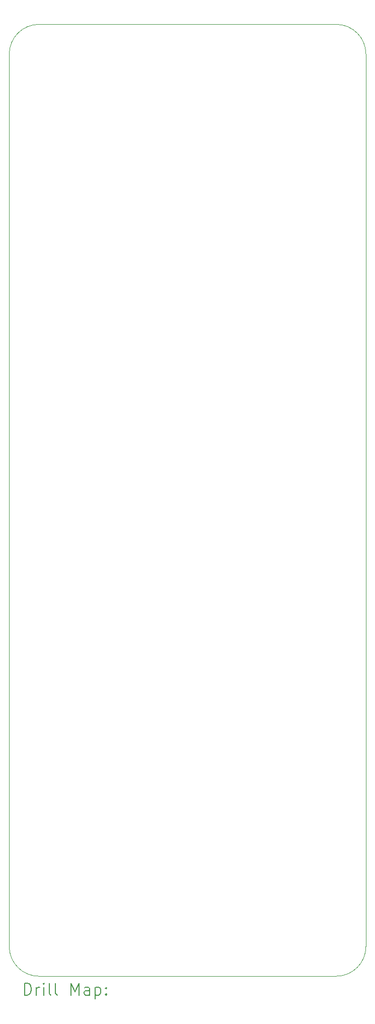
<source format=gbr>
%TF.GenerationSoftware,KiCad,Pcbnew,7.0.11*%
%TF.CreationDate,2024-08-26T15:04:34-04:00*%
%TF.ProjectId,cluster-pcb,636c7573-7465-4722-9d70-63622e6b6963,1.1*%
%TF.SameCoordinates,Original*%
%TF.FileFunction,Drillmap*%
%TF.FilePolarity,Positive*%
%FSLAX45Y45*%
G04 Gerber Fmt 4.5, Leading zero omitted, Abs format (unit mm)*
G04 Created by KiCad (PCBNEW 7.0.11) date 2024-08-26 15:04:34*
%MOMM*%
%LPD*%
G01*
G04 APERTURE LIST*
%ADD10C,0.100000*%
%ADD11C,0.200000*%
G04 APERTURE END LIST*
D10*
X7740000Y-2160000D02*
G75*
G03*
X7240000Y-2660000I0J-500000D01*
G01*
X7240000Y-17660000D02*
X7240000Y-2660000D01*
X13240000Y-2660000D02*
X13240000Y-17660000D01*
X12740000Y-18160000D02*
G75*
G03*
X13240000Y-17660000I0J500000D01*
G01*
X13240000Y-2660000D02*
G75*
G03*
X12740000Y-2160000I-500000J0D01*
G01*
X7240000Y-17660000D02*
G75*
G03*
X7740000Y-18160000I500000J0D01*
G01*
X12740000Y-18160000D02*
X7740000Y-18160000D01*
X7740000Y-2160000D02*
X12740000Y-2160000D01*
D11*
X7495777Y-18476484D02*
X7495777Y-18276484D01*
X7495777Y-18276484D02*
X7543396Y-18276484D01*
X7543396Y-18276484D02*
X7571967Y-18286008D01*
X7571967Y-18286008D02*
X7591015Y-18305055D01*
X7591015Y-18305055D02*
X7600539Y-18324103D01*
X7600539Y-18324103D02*
X7610062Y-18362198D01*
X7610062Y-18362198D02*
X7610062Y-18390770D01*
X7610062Y-18390770D02*
X7600539Y-18428865D01*
X7600539Y-18428865D02*
X7591015Y-18447912D01*
X7591015Y-18447912D02*
X7571967Y-18466960D01*
X7571967Y-18466960D02*
X7543396Y-18476484D01*
X7543396Y-18476484D02*
X7495777Y-18476484D01*
X7695777Y-18476484D02*
X7695777Y-18343150D01*
X7695777Y-18381246D02*
X7705301Y-18362198D01*
X7705301Y-18362198D02*
X7714824Y-18352674D01*
X7714824Y-18352674D02*
X7733872Y-18343150D01*
X7733872Y-18343150D02*
X7752920Y-18343150D01*
X7819586Y-18476484D02*
X7819586Y-18343150D01*
X7819586Y-18276484D02*
X7810062Y-18286008D01*
X7810062Y-18286008D02*
X7819586Y-18295531D01*
X7819586Y-18295531D02*
X7829110Y-18286008D01*
X7829110Y-18286008D02*
X7819586Y-18276484D01*
X7819586Y-18276484D02*
X7819586Y-18295531D01*
X7943396Y-18476484D02*
X7924348Y-18466960D01*
X7924348Y-18466960D02*
X7914824Y-18447912D01*
X7914824Y-18447912D02*
X7914824Y-18276484D01*
X8048158Y-18476484D02*
X8029110Y-18466960D01*
X8029110Y-18466960D02*
X8019586Y-18447912D01*
X8019586Y-18447912D02*
X8019586Y-18276484D01*
X8276729Y-18476484D02*
X8276729Y-18276484D01*
X8276729Y-18276484D02*
X8343396Y-18419341D01*
X8343396Y-18419341D02*
X8410063Y-18276484D01*
X8410063Y-18276484D02*
X8410063Y-18476484D01*
X8591015Y-18476484D02*
X8591015Y-18371722D01*
X8591015Y-18371722D02*
X8581491Y-18352674D01*
X8581491Y-18352674D02*
X8562444Y-18343150D01*
X8562444Y-18343150D02*
X8524348Y-18343150D01*
X8524348Y-18343150D02*
X8505301Y-18352674D01*
X8591015Y-18466960D02*
X8571967Y-18476484D01*
X8571967Y-18476484D02*
X8524348Y-18476484D01*
X8524348Y-18476484D02*
X8505301Y-18466960D01*
X8505301Y-18466960D02*
X8495777Y-18447912D01*
X8495777Y-18447912D02*
X8495777Y-18428865D01*
X8495777Y-18428865D02*
X8505301Y-18409817D01*
X8505301Y-18409817D02*
X8524348Y-18400293D01*
X8524348Y-18400293D02*
X8571967Y-18400293D01*
X8571967Y-18400293D02*
X8591015Y-18390770D01*
X8686253Y-18343150D02*
X8686253Y-18543150D01*
X8686253Y-18352674D02*
X8705301Y-18343150D01*
X8705301Y-18343150D02*
X8743396Y-18343150D01*
X8743396Y-18343150D02*
X8762444Y-18352674D01*
X8762444Y-18352674D02*
X8771967Y-18362198D01*
X8771967Y-18362198D02*
X8781491Y-18381246D01*
X8781491Y-18381246D02*
X8781491Y-18438389D01*
X8781491Y-18438389D02*
X8771967Y-18457436D01*
X8771967Y-18457436D02*
X8762444Y-18466960D01*
X8762444Y-18466960D02*
X8743396Y-18476484D01*
X8743396Y-18476484D02*
X8705301Y-18476484D01*
X8705301Y-18476484D02*
X8686253Y-18466960D01*
X8867205Y-18457436D02*
X8876729Y-18466960D01*
X8876729Y-18466960D02*
X8867205Y-18476484D01*
X8867205Y-18476484D02*
X8857682Y-18466960D01*
X8857682Y-18466960D02*
X8867205Y-18457436D01*
X8867205Y-18457436D02*
X8867205Y-18476484D01*
X8867205Y-18352674D02*
X8876729Y-18362198D01*
X8876729Y-18362198D02*
X8867205Y-18371722D01*
X8867205Y-18371722D02*
X8857682Y-18362198D01*
X8857682Y-18362198D02*
X8867205Y-18352674D01*
X8867205Y-18352674D02*
X8867205Y-18371722D01*
M02*

</source>
